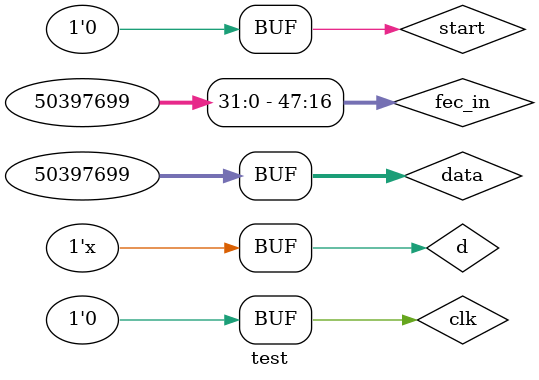
<source format=v>
module test;
  reg clk , start ,d;
  wire[95:0] final_ans;
  wire  done;
  wire [15:0] CRC_out;
  
  
  
  reg [31:0] data = 32'h03_01_02_03;
  
  reg [47 :0] fec_in;
  
  DCS R(clk , start , d  , fec_in, CRC_out, done,final_ans);
  
  initial
    begin
      clk = 0;
      repeat(70)
        #5 clk = ~clk;
    end
  
  initial
    begin
      $dumpfile("dump.vcd");
      $dumpvars(1,test);
      $monitor($time , " final = %h done = %h",final_ans,done);
      
      start = 1;d = 0; 
      #5  start= 0;
      repeat(32)
        begin
          d = data[31];
          #10 data = data << 1; 
          fec_in = {32'h03_01_02_03 , CRC_out};
        end
      
      
      
     
      
    end
 
endmodule

</source>
